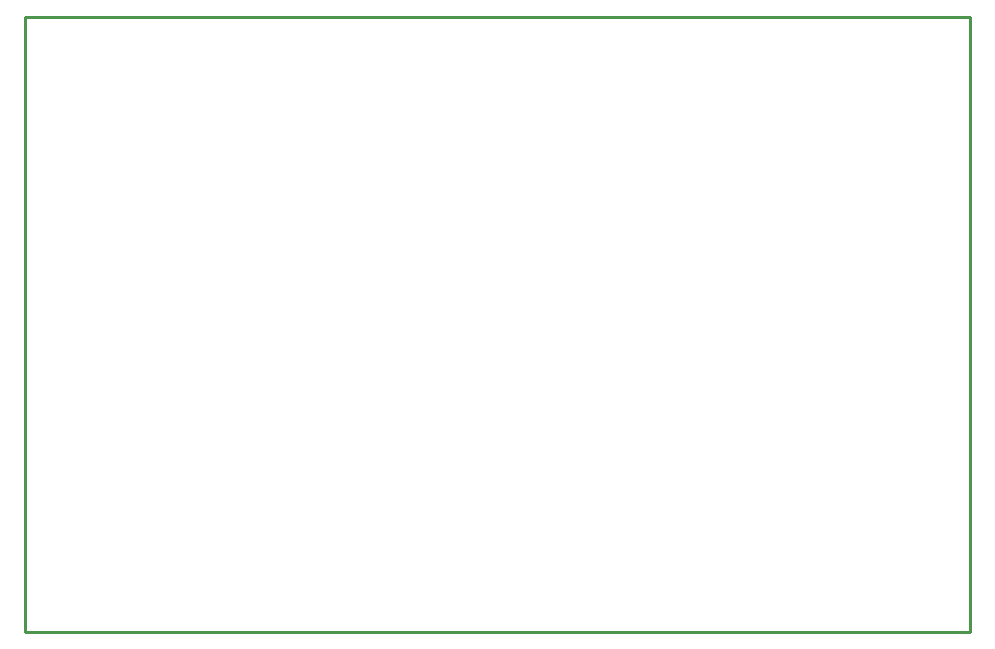
<source format=gko>
G04 Layer: BoardOutlineLayer*
G04 EasyEDA v6.4.32, 2022-03-02 21:26:25*
G04 a14d7df274ef46f18a143bcdf5e9aa52,ed70181f279245e6aff80281ee7dc86a,10*
G04 Gerber Generator version 0.2*
G04 Scale: 100 percent, Rotated: No, Reflected: No *
G04 Dimensions in millimeters *
G04 leading zeros omitted , absolute positions ,4 integer and 5 decimal *
%FSLAX45Y45*%
%MOMM*%

%ADD10C,0.2540*%
D10*
X1358900Y5588000D02*
G01*
X9358894Y5588000D01*
X9359900Y381000D01*
X1358900Y381000D02*
G01*
X1358900Y5587001D01*
X9359900Y381000D02*
G01*
X1359905Y381000D01*

%LPD*%
M02*

</source>
